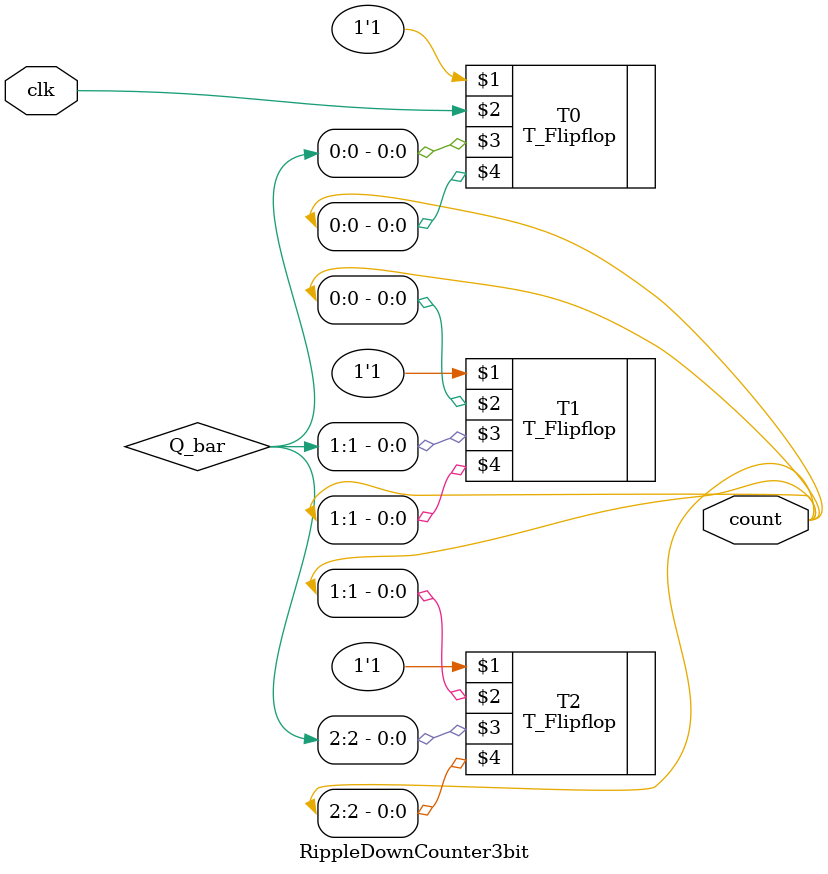
<source format=v>
/* Asynchronous Counter 3-bit 
   Up Counter 7->6->5->4->3->2->1->0->7...
   Positive edge triggered*/

module RippleDownCounter3bit(clk, count);
  input clk;
  output [2:0] count;
  wire [2:0] Q_bar;

  T_Flipflop T0(1'b1, clk, 	Q_bar[0],   count[0]);    // LSB toggles on clk
  T_Flipflop T1(1'b1, count[0], Q_bar[1],   count[1]);    // Q1 toggles on Q0 ?
  T_Flipflop T2(1'b1, count[1], Q_bar[2],   count[2]);    // Q2 toggles on Q1 ?
endmodule


</source>
